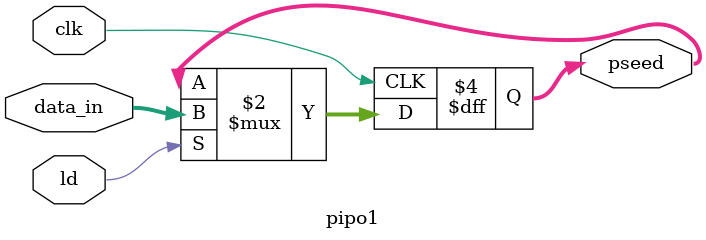
<source format=v>
`timescale 1ns / 1ps
module pipo1(pseed,data_in,ld,clk);
input[15:0] data_in;
input ld,clk;
output reg [15:0] pseed;
always @(posedge clk)
if(ld) pseed <= data_in;
endmodule

</source>
